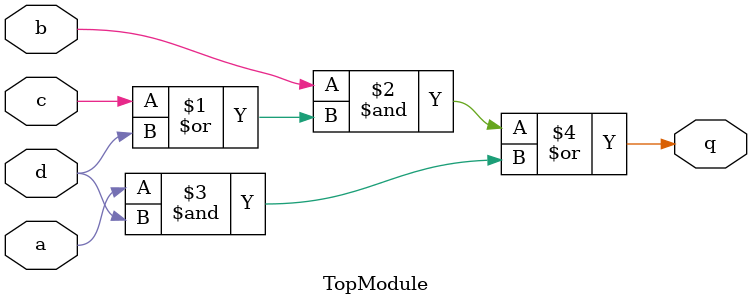
<source format=sv>
module TopModule(
    input wire a,
    input wire b,
    input wire c,
    input wire d,
    output wire q
);
    assign q = (b & (c | d)) | (a & d);
endmodule
</source>
